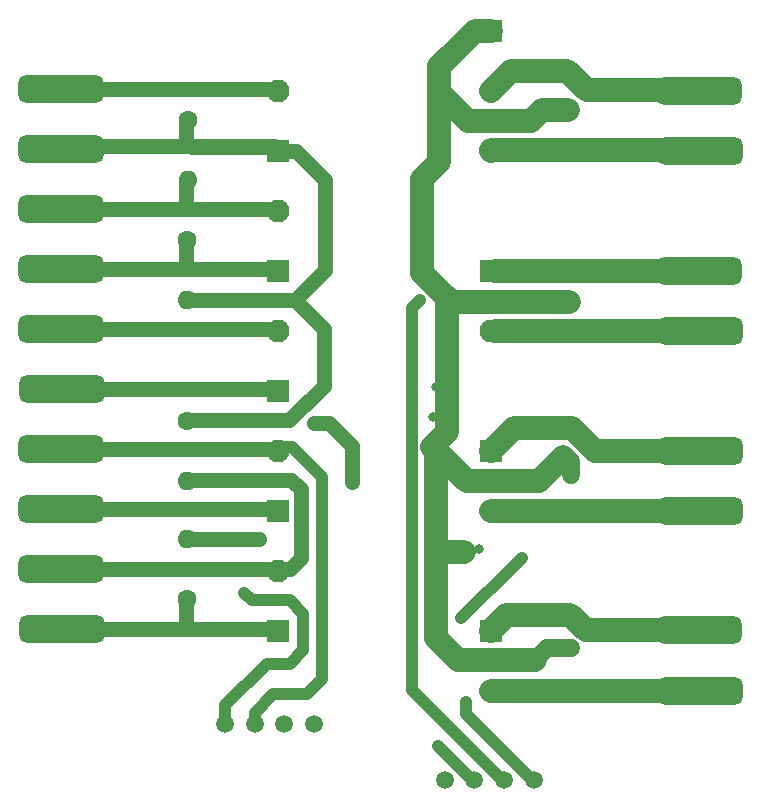
<source format=gbr>
%TF.GenerationSoftware,KiCad,Pcbnew,7.0.10*%
%TF.CreationDate,2024-07-22T21:05:32-04:00*%
%TF.ProjectId,12.X.1 - PLC Connector Combined,31322e58-2e31-4202-9d20-504c4320436f,rev?*%
%TF.SameCoordinates,Original*%
%TF.FileFunction,Copper,L2,Bot*%
%TF.FilePolarity,Positive*%
%FSLAX46Y46*%
G04 Gerber Fmt 4.6, Leading zero omitted, Abs format (unit mm)*
G04 Created by KiCad (PCBNEW 7.0.10) date 2024-07-22 21:05:32*
%MOMM*%
%LPD*%
G01*
G04 APERTURE LIST*
G04 Aperture macros list*
%AMRoundRect*
0 Rectangle with rounded corners*
0 $1 Rounding radius*
0 $2 $3 $4 $5 $6 $7 $8 $9 X,Y pos of 4 corners*
0 Add a 4 corners polygon primitive as box body*
4,1,4,$2,$3,$4,$5,$6,$7,$8,$9,$2,$3,0*
0 Add four circle primitives for the rounded corners*
1,1,$1+$1,$2,$3*
1,1,$1+$1,$4,$5*
1,1,$1+$1,$6,$7*
1,1,$1+$1,$8,$9*
0 Add four rect primitives between the rounded corners*
20,1,$1+$1,$2,$3,$4,$5,0*
20,1,$1+$1,$4,$5,$6,$7,0*
20,1,$1+$1,$6,$7,$8,$9,0*
20,1,$1+$1,$8,$9,$2,$3,0*%
G04 Aperture macros list end*
%TA.AperFunction,ComponentPad*%
%ADD10R,1.950000X1.950000*%
%TD*%
%TA.AperFunction,ComponentPad*%
%ADD11C,1.950000*%
%TD*%
%TA.AperFunction,ComponentPad*%
%ADD12O,1.600000X1.600000*%
%TD*%
%TA.AperFunction,ComponentPad*%
%ADD13C,1.600000*%
%TD*%
%TA.AperFunction,ComponentPad*%
%ADD14C,1.498600*%
%TD*%
%TA.AperFunction,SMDPad,CuDef*%
%ADD15RoundRect,0.572500X3.045750X0.572500X-3.045750X0.572500X-3.045750X-0.572500X3.045750X-0.572500X0*%
%TD*%
%TA.AperFunction,ViaPad*%
%ADD16C,0.800000*%
%TD*%
%TA.AperFunction,Conductor*%
%ADD17C,1.016000*%
%TD*%
%TA.AperFunction,Conductor*%
%ADD18C,2.000000*%
%TD*%
%TA.AperFunction,Conductor*%
%ADD19C,1.999996*%
%TD*%
%TA.AperFunction,Conductor*%
%ADD20C,1.500000*%
%TD*%
%TA.AperFunction,Conductor*%
%ADD21C,1.270000*%
%TD*%
G04 APERTURE END LIST*
D10*
%TO.P,J317,1,1*%
%TO.N,GNDPWR*%
X110670000Y-67250000D03*
D11*
%TO.P,J317,2,2*%
%TO.N,Net-(J303-Pin_1)*%
X110670000Y-72330000D03*
%TO.P,J317,3,3*%
%TO.N,Net-(J304-Pin_1)*%
X110670000Y-77410000D03*
%TD*%
D12*
%TO.P,R204,2*%
%TO.N,Net-(J208-Pin_1)*%
X85008250Y-79862224D03*
D13*
%TO.P,R204,1*%
%TO.N,M*%
X85008250Y-74782224D03*
%TD*%
D11*
%TO.P,J222,2,2*%
%TO.N,Net-(J206-Pin_1)*%
X92640000Y-92660000D03*
D10*
%TO.P,J222,1,1*%
%TO.N,Net-(J205-Pin_1)*%
X92640000Y-97740000D03*
%TD*%
D12*
%TO.P,R202,2*%
%TO.N,Net-(J202-Pin_1)*%
X84918250Y-105377224D03*
D13*
%TO.P,R202,1*%
%TO.N,M*%
X84918250Y-100297224D03*
%TD*%
D11*
%TO.P,J224,2,2*%
%TO.N,Net-(J202-Pin_1)*%
X92640000Y-112980000D03*
D10*
%TO.P,J224,1,1*%
%TO.N,Net-(J201-Pin_1)*%
X92640000Y-118060000D03*
%TD*%
%TO.P,J320,1,1*%
%TO.N,Net-(J313-Pin_1)*%
X110670000Y-102810000D03*
D11*
%TO.P,J320,2,2*%
%TO.N,Net-(J314-Pin_1)*%
X110670000Y-107890000D03*
%TD*%
D12*
%TO.P,R201,2*%
%TO.N,M*%
X84878250Y-110312224D03*
D13*
%TO.P,R201,1*%
%TO.N,Net-(J201-Pin_1)*%
X84878250Y-115392224D03*
%TD*%
D14*
%TO.P,J226,4,4*%
%TO.N,Net-(J203-Pin_1)*%
X88160000Y-125970000D03*
%TO.P,J226,3,3*%
%TO.N,Net-(J204-Pin_1)*%
X90660000Y-125970000D03*
%TO.P,J226,2,2*%
%TO.N,Net-(J205-Pin_1)*%
X93160000Y-125970000D03*
%TO.P,J226,1,1*%
%TO.N,Net-(J206-Pin_1)*%
X95660000Y-125970000D03*
%TD*%
D10*
%TO.P,J318,1,1*%
%TO.N,Net-(J305-Pin_1)*%
X110670000Y-87570000D03*
D11*
%TO.P,J318,2,2*%
%TO.N,Net-(J306-Pin_1)*%
X110670000Y-92650000D03*
%TD*%
D12*
%TO.P,R203,2*%
%TO.N,M*%
X84918250Y-90082224D03*
D13*
%TO.P,R203,1*%
%TO.N,Net-(J207-Pin_1)*%
X84918250Y-85002224D03*
%TD*%
D11*
%TO.P,J221,2,2*%
%TO.N,Net-(J204-Pin_1)*%
X92640000Y-102820000D03*
D10*
%TO.P,J221,1,1*%
%TO.N,Net-(J203-Pin_1)*%
X92640000Y-107900000D03*
%TD*%
D11*
%TO.P,J223,2,2*%
%TO.N,Net-(J210-Pin_1)*%
X92640000Y-72340000D03*
D10*
%TO.P,J223,1,1*%
%TO.N,M*%
X92640000Y-77420000D03*
%TD*%
D11*
%TO.P,J225,2,2*%
%TO.N,Net-(J208-Pin_1)*%
X92640000Y-82500000D03*
D10*
%TO.P,J225,1,1*%
%TO.N,Net-(J207-Pin_1)*%
X92640000Y-87580000D03*
%TD*%
%TO.P,J319,1,1*%
%TO.N,Net-(J301-Pin_1)*%
X110670000Y-118050000D03*
D11*
%TO.P,J319,2,2*%
%TO.N,Net-(J302-Pin_1)*%
X110670000Y-123130000D03*
%TD*%
D14*
%TO.P,J321,1,1*%
%TO.N,Net-(J304-Pin_1)*%
X114260000Y-130690000D03*
%TO.P,J321,2,2*%
%TO.N,Net-(J306-Pin_1)*%
X111760000Y-130690000D03*
%TO.P,J321,3,3*%
%TO.N,Net-(J314-Pin_1)*%
X109260000Y-130690000D03*
%TO.P,J321,4,4*%
%TO.N,Net-(J302-Pin_1)*%
X106760000Y-130690000D03*
%TD*%
D15*
%TO.P,J302,1,Pin_1*%
%TO.N,Net-(J302-Pin_1)*%
X128318250Y-123125000D03*
%TD*%
%TO.P,J314,1,Pin_1*%
%TO.N,Net-(J314-Pin_1)*%
X128328250Y-107885000D03*
%TD*%
%TO.P,J212,1,Pin_1*%
%TO.N,Net-(J202-Pin_1)*%
X74258250Y-112817224D03*
%TD*%
%TO.P,J216,1,Pin_1*%
%TO.N,Net-(J206-Pin_1)*%
X74268250Y-92497224D03*
%TD*%
%TO.P,J213,1,Pin_1*%
%TO.N,Net-(J203-Pin_1)*%
X74268250Y-107737224D03*
%TD*%
%TO.P,J217,1,Pin_1*%
%TO.N,Net-(J207-Pin_1)*%
X74268250Y-87407224D03*
%TD*%
%TO.P,J306,1,Pin_1*%
%TO.N,Net-(J306-Pin_1)*%
X128328250Y-92645000D03*
%TD*%
%TO.P,J219,1,Pin_1*%
%TO.N,M*%
X74238250Y-77247224D03*
%TD*%
%TO.P,J313,1,Pin_1*%
%TO.N,Net-(J313-Pin_1)*%
X128318250Y-102815000D03*
%TD*%
%TO.P,J211,1,Pin_1*%
%TO.N,Net-(J201-Pin_1)*%
X74340000Y-117907224D03*
%TD*%
%TO.P,J301,1,Pin_1*%
%TO.N,Net-(J301-Pin_1)*%
X128308250Y-118035000D03*
%TD*%
%TO.P,J214,1,Pin_1*%
%TO.N,Net-(J204-Pin_1)*%
X74258250Y-102667224D03*
%TD*%
%TO.P,J303,1,Pin_1*%
%TO.N,Net-(J303-Pin_1)*%
X128288250Y-72325000D03*
%TD*%
%TO.P,J304,1,Pin_1*%
%TO.N,Net-(J304-Pin_1)*%
X128311750Y-77405000D03*
%TD*%
%TO.P,J215,1,Pin_1*%
%TO.N,Net-(J205-Pin_1)*%
X74320000Y-97580000D03*
%TD*%
%TO.P,J218,1,Pin_1*%
%TO.N,Net-(J208-Pin_1)*%
X74258250Y-82347224D03*
%TD*%
%TO.P,J305,1,Pin_1*%
%TO.N,Net-(J305-Pin_1)*%
X128308250Y-87565000D03*
%TD*%
%TO.P,J220,1,Pin_1*%
%TO.N,Net-(J210-Pin_1)*%
X74238250Y-72187224D03*
%TD*%
D16*
%TO.N,Net-(J306-Pin_1)*%
X120134251Y-92670999D03*
X121294251Y-92670999D03*
X122474251Y-92670999D03*
X104622385Y-90059133D03*
%TO.N,GNDPWR*%
X115011251Y-73957999D03*
X117551241Y-104450499D03*
X117344251Y-119560999D03*
X105782385Y-99929133D03*
X108106625Y-68416625D03*
X105867251Y-78910999D03*
X107241626Y-69281624D03*
X117344251Y-73990999D03*
X104978251Y-79672999D03*
X108382385Y-111422999D03*
X105992385Y-97452999D03*
X117134251Y-103390999D03*
X109632385Y-111179133D03*
X115646251Y-90213999D03*
X104851251Y-80815999D03*
X115392251Y-119550999D03*
X117297251Y-90213999D03*
%TO.N,Net-(J314-Pin_1)*%
X120034251Y-107891092D03*
X106202435Y-127849083D03*
X122754251Y-107840999D03*
X121334251Y-107870999D03*
%TO.N,Net-(J302-Pin_1)*%
X121870473Y-123124777D03*
X123300474Y-123124776D03*
X120148026Y-123124774D03*
%TO.N,Net-(J304-Pin_1)*%
X113250032Y-111914250D03*
X121454251Y-77400999D03*
X108153251Y-117010999D03*
X122764251Y-77380999D03*
X108528053Y-124116801D03*
X120234251Y-77391838D03*
%TO.N,Net-(J201-Pin_1)*%
X79471250Y-117874224D03*
X80868250Y-117874224D03*
X82265250Y-117874224D03*
%TO.N,Net-(J202-Pin_1)*%
X79471250Y-112794224D03*
X80868250Y-112794224D03*
X82392250Y-112794224D03*
%TO.N,Net-(J203-Pin_1)*%
X79471250Y-107714224D03*
X89758150Y-114826224D03*
X81249250Y-107714224D03*
X82773250Y-107714224D03*
%TO.N,Net-(J204-Pin_1)*%
X81249250Y-102634224D03*
X79598250Y-102634224D03*
X82773250Y-102634224D03*
%TO.N,Net-(J205-Pin_1)*%
X95679002Y-100444402D03*
X79852250Y-97554224D03*
X81503250Y-97554224D03*
X98902250Y-105440000D03*
X83027250Y-97554224D03*
%TO.N,Net-(J206-Pin_1)*%
X83281250Y-92474224D03*
X79852250Y-92474224D03*
X81630248Y-92474224D03*
%TO.N,Net-(J207-Pin_1)*%
X83027250Y-87394224D03*
X81376250Y-87394224D03*
X79852250Y-87394224D03*
%TO.N,Net-(J208-Pin_1)*%
X81503250Y-82314224D03*
X79725250Y-82314224D03*
X83281250Y-82314224D03*
%TO.N,M*%
X82773250Y-76980224D03*
X79344250Y-76980224D03*
X90012252Y-110254224D03*
X91282250Y-100221224D03*
X92425250Y-100221224D03*
X80995250Y-76980224D03*
X91028250Y-110254224D03*
%TO.N,Net-(J301-Pin_1)*%
X121667834Y-118059051D03*
X120434251Y-118040935D03*
X123002549Y-118042573D03*
%TO.N,Net-(J303-Pin_1)*%
X120264251Y-72280999D03*
X122864251Y-72310999D03*
X121454251Y-72310999D03*
%TO.N,Net-(J305-Pin_1)*%
X120234251Y-87570999D03*
X122644251Y-87560999D03*
X121404251Y-87540999D03*
%TO.N,Net-(J313-Pin_1)*%
X120034251Y-102870999D03*
X122904251Y-102850999D03*
X121474251Y-102870999D03*
%TD*%
D17*
%TO.N,Net-(J306-Pin_1)*%
X103972385Y-90709133D02*
X104622385Y-90059133D01*
X103972385Y-123079033D02*
X103972385Y-90709133D01*
X111747351Y-130853999D02*
X103972385Y-123079033D01*
D18*
%TO.N,GNDPWR*%
X106890385Y-101271865D02*
X105684751Y-102477499D01*
X106890385Y-89840133D02*
X106890385Y-101271865D01*
X106883251Y-89832999D02*
X106890385Y-89840133D01*
D17*
%TO.N,Net-(J314-Pin_1)*%
X109207351Y-130853999D02*
X106202435Y-127849083D01*
D19*
%TO.N,GNDPWR*%
X105989251Y-111422999D02*
X108382385Y-111422999D01*
D17*
%TO.N,Net-(J304-Pin_1)*%
X112837126Y-112327124D02*
X113250000Y-111914250D01*
X113250000Y-111914250D02*
X113250032Y-111914250D01*
D18*
%TO.N,Net-(J314-Pin_1)*%
X120033159Y-107890000D02*
X110670000Y-107890000D01*
X120034251Y-107891092D02*
X120033159Y-107890000D01*
D17*
%TO.N,Net-(J304-Pin_1)*%
X108153251Y-117010999D02*
X112837126Y-112327124D01*
D18*
%TO.N,GNDPWR*%
X107867714Y-120575456D02*
X114367794Y-120575456D01*
X105989251Y-118696993D02*
X107867714Y-120575456D01*
X105989251Y-114724999D02*
X105989251Y-118696993D01*
D20*
X115392251Y-119550999D02*
X114653250Y-120290000D01*
D18*
%TO.N,Net-(J306-Pin_1)*%
X128234251Y-92670999D02*
X120134251Y-92670999D01*
X120134251Y-92670999D02*
X110997583Y-92670999D01*
%TO.N,GNDPWR*%
X107250252Y-90200000D02*
X106883251Y-89832999D01*
X106248250Y-72420998D02*
X108747252Y-74920000D01*
X110670000Y-67250000D02*
X109273250Y-67250000D01*
X106264251Y-72436999D02*
X106248250Y-72420998D01*
D17*
X115011251Y-73957999D02*
X115011252Y-73957998D01*
D20*
X117454251Y-104900999D02*
X117454251Y-103710999D01*
D18*
X105989251Y-111422999D02*
X105989251Y-102781999D01*
D20*
X117424251Y-119550999D02*
X115392251Y-119550999D01*
X117134251Y-103390999D02*
X116724253Y-103390999D01*
D18*
X105684751Y-88634499D02*
X104851251Y-87800999D01*
X108607252Y-105400000D02*
X114715250Y-105400000D01*
X115632252Y-90200000D02*
X107250252Y-90200000D01*
X117170251Y-73957999D02*
X115011251Y-73957999D01*
X105989251Y-114724999D02*
X105989251Y-111422999D01*
X115646251Y-90213999D02*
X115632252Y-90200000D01*
X106248250Y-70275000D02*
X107241626Y-69281624D01*
X109273250Y-67250000D02*
X107241626Y-69281624D01*
D20*
X117454251Y-103710999D02*
X117134251Y-103390999D01*
D18*
X104851251Y-79799999D02*
X106264251Y-78386999D01*
X105684751Y-102477499D02*
X108607252Y-105400000D01*
X105989251Y-102781999D02*
X105684751Y-102477499D01*
X104851251Y-80815999D02*
X104851251Y-79799999D01*
D20*
X116724253Y-103390999D02*
X116724252Y-103390998D01*
D18*
X104851251Y-87800999D02*
X104851251Y-80815999D01*
X114715250Y-105400000D02*
X116724252Y-103390998D01*
X108747252Y-74920000D02*
X114049250Y-74920000D01*
X117297251Y-90213999D02*
X115646251Y-90213999D01*
X106264251Y-78386999D02*
X106264251Y-72436999D01*
X106883251Y-89832999D02*
X105684751Y-88634499D01*
X106248250Y-72420998D02*
X106248250Y-70275000D01*
X114049250Y-74920000D02*
X115011252Y-73957998D01*
%TO.N,Net-(J314-Pin_1)*%
X128303876Y-107891092D02*
X120034251Y-107891092D01*
%TO.N,Net-(J302-Pin_1)*%
X110675230Y-123124770D02*
X110670000Y-123130000D01*
X128308691Y-123124770D02*
X110675230Y-123124770D01*
%TO.N,Net-(J304-Pin_1)*%
X128288046Y-77391838D02*
X120234251Y-77391838D01*
X120234251Y-77391838D02*
X110688162Y-77391838D01*
X110688162Y-77391838D02*
X110670000Y-77410000D01*
D17*
X114287351Y-130853999D02*
X108528053Y-125094701D01*
X108528053Y-125094701D02*
X108528053Y-124116801D01*
D21*
%TO.N,Net-(J201-Pin_1)*%
X84805250Y-117874220D02*
X74278395Y-117874220D01*
X79471250Y-117874224D02*
X80868250Y-117874224D01*
X92298250Y-117874224D02*
X92425250Y-117747224D01*
X74278395Y-117874220D02*
X74278391Y-117874224D01*
X82265250Y-117874224D02*
X92298250Y-117874224D01*
X80868250Y-117874224D02*
X82265250Y-117874224D01*
X84805250Y-115334224D02*
X84805250Y-117874220D01*
X74278391Y-117874224D02*
X79471250Y-117874224D01*
%TO.N,Net-(J202-Pin_1)*%
X80868250Y-112794224D02*
X79471250Y-112794224D01*
X79471250Y-112794224D02*
X79514250Y-112837224D01*
X94578250Y-111861750D02*
X94578250Y-106087224D01*
X93602776Y-112837224D02*
X94578250Y-111861750D01*
X94578250Y-106087224D02*
X93748250Y-105257224D01*
X82392250Y-112794224D02*
X80868250Y-112794224D01*
X79514250Y-112837224D02*
X93602776Y-112837224D01*
X79471250Y-112794224D02*
X74279942Y-112794224D01*
X74279942Y-112794224D02*
X74271976Y-112802190D01*
X93748250Y-105257224D02*
X85278250Y-105257224D01*
D17*
%TO.N,Net-(J203-Pin_1)*%
X88160000Y-124380000D02*
X88160000Y-125970000D01*
X93620000Y-120870000D02*
X91670000Y-120870000D01*
X91670000Y-120870000D02*
X88160000Y-124380000D01*
D21*
X79471250Y-107714224D02*
X74289842Y-107714224D01*
D17*
X90421926Y-115490000D02*
X93640000Y-115490000D01*
X94770000Y-116620000D02*
X94770000Y-119720000D01*
D21*
X81249250Y-107714224D02*
X79471250Y-107714224D01*
X92425250Y-107587224D02*
X92298250Y-107714224D01*
D17*
X89758150Y-114826224D02*
X90421926Y-115490000D01*
D21*
X92298250Y-107714224D02*
X82773250Y-107714224D01*
D17*
X94770000Y-119720000D02*
X93620000Y-120870000D01*
D21*
X82773250Y-107714224D02*
X81249250Y-107714224D01*
X74289842Y-107714224D02*
X74280369Y-107723697D01*
D17*
X93640000Y-115490000D02*
X94770000Y-116620000D01*
%TO.N,Net-(J204-Pin_1)*%
X96362250Y-122137750D02*
X96362250Y-105065366D01*
D21*
X92425250Y-102507224D02*
X92298250Y-102634224D01*
D17*
X93804108Y-102507224D02*
X92425250Y-102507224D01*
X90660000Y-125970000D02*
X90660000Y-124990000D01*
X96362250Y-105065366D02*
X93804108Y-102507224D01*
D21*
X82773250Y-102634224D02*
X81249250Y-102634224D01*
D17*
X95080000Y-123420000D02*
X96362250Y-122137750D01*
D21*
X81249250Y-102634224D02*
X79598250Y-102634224D01*
X74283060Y-102634224D02*
X74271976Y-102645308D01*
X92298250Y-102634224D02*
X82773250Y-102634224D01*
D17*
X90660000Y-124990000D02*
X92230000Y-123420000D01*
D21*
X79598250Y-102634224D02*
X74283060Y-102634224D01*
D17*
X92230000Y-123420000D02*
X95080000Y-123420000D01*
D21*
%TO.N,Net-(J205-Pin_1)*%
X98902250Y-102380000D02*
X96966652Y-100444402D01*
X92298250Y-97554224D02*
X83027250Y-97554224D01*
X83027250Y-97554224D02*
X81503250Y-97554224D01*
X81503250Y-97554224D02*
X79852250Y-97554224D01*
X79852250Y-97554224D02*
X74199025Y-97554224D01*
X96966652Y-100444402D02*
X95679002Y-100444402D01*
X74199025Y-97554224D02*
X74168250Y-97584999D01*
X92425250Y-97427224D02*
X92298250Y-97554224D01*
X98902250Y-105440000D02*
X98902250Y-102380000D01*
%TO.N,Net-(J206-Pin_1)*%
X79845556Y-92480918D02*
X79852250Y-92474224D01*
X74272660Y-92480918D02*
X79845556Y-92480918D01*
X81630248Y-92474224D02*
X79852250Y-92474224D01*
X92425250Y-92347224D02*
X92298250Y-92474224D01*
X74273749Y-92482007D02*
X78836250Y-92482007D01*
X74272660Y-92480918D02*
X74273749Y-92482007D01*
X83281250Y-92474224D02*
X81630248Y-92474224D01*
X92298250Y-92474224D02*
X83281250Y-92474224D01*
%TO.N,Net-(J207-Pin_1)*%
X74287737Y-87394224D02*
X83027250Y-87394224D01*
X79852250Y-87394224D02*
X79861592Y-87403566D01*
X74271976Y-87409985D02*
X74287737Y-87394224D01*
X81366908Y-87403566D02*
X81376250Y-87394224D01*
X92298250Y-87394224D02*
X92425250Y-87267224D01*
X83027250Y-87394224D02*
X92298250Y-87394224D01*
X84805250Y-87394224D02*
X81376250Y-87394224D01*
X79861592Y-87403566D02*
X81366908Y-87403566D01*
X84805250Y-84981224D02*
X84805250Y-87394224D01*
%TO.N,Net-(J208-Pin_1)*%
X74278395Y-82325125D02*
X74289296Y-82314224D01*
X81503250Y-82314224D02*
X83281250Y-82314224D01*
X79725250Y-82314224D02*
X81503250Y-82314224D01*
X83281250Y-82314224D02*
X92298250Y-82314224D01*
X74289296Y-82314224D02*
X79725250Y-82314224D01*
X92298250Y-82314224D02*
X92425250Y-82187224D01*
X84805250Y-79824224D02*
X84805250Y-82314224D01*
X84794349Y-82325125D02*
X74278395Y-82325125D01*
X84805250Y-82314224D02*
X84794349Y-82325125D01*
%TO.N,M*%
X91282250Y-100221224D02*
X93578776Y-100221224D01*
X91282250Y-100221224D02*
X92425250Y-100221224D01*
X84805250Y-110254224D02*
X90012252Y-110254224D01*
X79344250Y-76980224D02*
X74564650Y-76980224D01*
X94135026Y-77420000D02*
X96616250Y-79901224D01*
X94076250Y-90061224D02*
X84805250Y-90061224D01*
X82773250Y-76980224D02*
X80995250Y-76980224D01*
X82773250Y-76980224D02*
X92298250Y-76980224D01*
X96616250Y-79901224D02*
X96616250Y-87521224D01*
X74564650Y-76980224D02*
X74293347Y-77251527D01*
X93578776Y-100221224D02*
X96489250Y-97310750D01*
X85313250Y-77107224D02*
X92425250Y-77107224D01*
X80995250Y-76980224D02*
X79344250Y-76980224D01*
X84805250Y-74744224D02*
X84805250Y-76599224D01*
X91028250Y-110254224D02*
X90012252Y-110254224D01*
X92425250Y-100221224D02*
X92795250Y-100221224D01*
X96616250Y-87521224D02*
X94076250Y-90061224D01*
X92298250Y-76980224D02*
X92425250Y-77107224D01*
X84805250Y-76599224D02*
X85313250Y-77107224D01*
X96489250Y-97310750D02*
X96489250Y-92474224D01*
X92640000Y-77420000D02*
X94135026Y-77420000D01*
X84805250Y-100221224D02*
X91282250Y-100221224D01*
X96489250Y-92474224D02*
X94076250Y-90061224D01*
%TO.N,Net-(J210-Pin_1)*%
X92298250Y-72154224D02*
X74289963Y-72154224D01*
X74289963Y-72154224D02*
X74268986Y-72175201D01*
X92425250Y-72027224D02*
X92298250Y-72154224D01*
D18*
%TO.N,Net-(J301-Pin_1)*%
X117376999Y-116756999D02*
X111963001Y-116756999D01*
X128318279Y-118040935D02*
X120434251Y-118040935D01*
X111963001Y-116756999D02*
X110670000Y-118050000D01*
X120434251Y-118040935D02*
X118660935Y-118040935D01*
X118660935Y-118040935D02*
X117376999Y-116756999D01*
%TO.N,Net-(J303-Pin_1)*%
X128322134Y-72319133D02*
X122872385Y-72319133D01*
X121462385Y-72319133D02*
X121454251Y-72310999D01*
X121454251Y-72310999D02*
X118750999Y-72310999D01*
X117095999Y-70655999D02*
X112344001Y-70655999D01*
X122872385Y-72319133D02*
X122864251Y-72310999D01*
X122864251Y-72310999D02*
X122856117Y-72319133D01*
X112344001Y-70655999D02*
X110670000Y-72330000D01*
X118750999Y-72310999D02*
X117095999Y-70655999D01*
X122856117Y-72319133D02*
X121462385Y-72319133D01*
%TO.N,Net-(J305-Pin_1)*%
X110977583Y-87570999D02*
X128134251Y-87570999D01*
%TO.N,Net-(J313-Pin_1)*%
X112598001Y-100881999D02*
X110670000Y-102810000D01*
X117487069Y-100881999D02*
X112598001Y-100881999D01*
X128323314Y-102828455D02*
X119433525Y-102828455D01*
X119433525Y-102828455D02*
X117487069Y-100881999D01*
%TD*%
M02*

</source>
